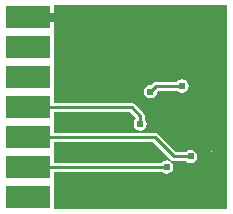
<source format=gbl>
G04 Layer_Physical_Order=2*
G04 Layer_Color=11436288*
%FSLAX25Y25*%
%MOIN*%
G70*
G01*
G75*
%ADD14R,0.15000X0.07600*%
%ADD16C,0.01000*%
%ADD18C,0.02400*%
G36*
X178929Y424571D02*
X121200D01*
X121000Y424735D01*
Y433300D01*
X121000D01*
Y433700D01*
X121000D01*
Y436971D01*
X157076D01*
X157114Y436914D01*
X157842Y436428D01*
X158700Y436257D01*
X159558Y436428D01*
X160286Y436914D01*
X160772Y437642D01*
X160943Y438500D01*
X160772Y439358D01*
X160286Y440086D01*
X159558Y440572D01*
X158700Y440743D01*
X157842Y440572D01*
X157114Y440086D01*
X157076Y440029D01*
X121000D01*
Y443300D01*
X121000D01*
Y443700D01*
X121000D01*
Y446971D01*
X154067D01*
X160019Y441018D01*
X160515Y440687D01*
X161100Y440571D01*
X165044D01*
X165082Y440514D01*
X165810Y440028D01*
X166668Y439857D01*
X167527Y440028D01*
X168255Y440514D01*
X168741Y441242D01*
X168912Y442100D01*
X168741Y442958D01*
X168255Y443686D01*
X167527Y444172D01*
X166668Y444343D01*
X165810Y444172D01*
X165082Y443686D01*
X165044Y443629D01*
X161733D01*
X155881Y449481D01*
X155822Y449521D01*
X155781Y449581D01*
X155285Y449913D01*
X154700Y450029D01*
X121000D01*
Y453300D01*
X121000D01*
Y453700D01*
X121000D01*
Y456971D01*
X146266D01*
X148347Y454890D01*
X148318Y454389D01*
X148314Y454386D01*
X147828Y453658D01*
X147657Y452800D01*
X147828Y451942D01*
X148314Y451214D01*
X149042Y450728D01*
X149900Y450557D01*
X150758Y450728D01*
X151486Y451214D01*
X151972Y451942D01*
X152143Y452800D01*
X151972Y453658D01*
X151486Y454386D01*
X151429Y454424D01*
Y455500D01*
X151313Y456085D01*
X150981Y456581D01*
X148081Y459481D01*
X148021Y459521D01*
X147981Y459581D01*
X147485Y459913D01*
X146900Y460029D01*
X121000D01*
Y463300D01*
X121000D01*
Y463700D01*
X121000D01*
Y473300D01*
X121000D01*
Y473700D01*
X121000D01*
Y483300D01*
X121000D01*
Y483700D01*
X121000D01*
Y487000D01*
X112500D01*
Y490000D01*
X121000D01*
Y492429D01*
X178929D01*
Y424571D01*
D02*
G37*
%LPC*%
G36*
X160744Y451600D02*
X160600D01*
Y451456D01*
X160686Y451514D01*
X160744Y451600D01*
D02*
G37*
G36*
X157600D02*
X157456D01*
X157514Y451514D01*
X157600Y451456D01*
Y451600D01*
D02*
G37*
G36*
X160600Y454744D02*
Y454600D01*
X160744D01*
X160686Y454686D01*
X160600Y454744D01*
D02*
G37*
G36*
X157600D02*
X157514Y454686D01*
X157456Y454600D01*
X157600D01*
Y454744D01*
D02*
G37*
G36*
X170600Y446944D02*
X170514Y446886D01*
X170456Y446800D01*
X170600D01*
Y446944D01*
D02*
G37*
G36*
X173744Y443800D02*
X173600D01*
Y443656D01*
X173686Y443714D01*
X173744Y443800D01*
D02*
G37*
G36*
X170600D02*
X170456D01*
X170514Y443714D01*
X170600Y443656D01*
Y443800D01*
D02*
G37*
G36*
X173600Y446944D02*
Y446800D01*
X173744D01*
X173686Y446886D01*
X173600Y446944D01*
D02*
G37*
G36*
X158344Y471000D02*
X158200D01*
Y470856D01*
X158286Y470914D01*
X158344Y471000D01*
D02*
G37*
G36*
X155200D02*
X155056D01*
X155114Y470914D01*
X155200Y470856D01*
Y471000D01*
D02*
G37*
G36*
X158200Y474144D02*
Y474000D01*
X158344D01*
X158286Y474086D01*
X158200Y474144D01*
D02*
G37*
G36*
X155200D02*
X155114Y474086D01*
X155056Y474000D01*
X155200D01*
Y474144D01*
D02*
G37*
G36*
X173100Y469144D02*
Y469000D01*
X173244D01*
X173186Y469086D01*
X173100Y469144D01*
D02*
G37*
G36*
X173244Y466000D02*
X173100D01*
Y465856D01*
X173186Y465914D01*
X173244Y466000D01*
D02*
G37*
G36*
X170100D02*
X169956D01*
X170014Y465914D01*
X170100Y465856D01*
Y466000D01*
D02*
G37*
G36*
Y469144D02*
X170014Y469086D01*
X169956Y469000D01*
X170100D01*
Y469144D01*
D02*
G37*
G36*
X163800Y467743D02*
X162942Y467572D01*
X162214Y467086D01*
X162176Y467029D01*
X155100D01*
X154612Y466932D01*
X154515Y466913D01*
X154019Y466581D01*
X153367Y465930D01*
X153300Y465943D01*
X152442Y465772D01*
X151714Y465286D01*
X151228Y464558D01*
X151057Y463700D01*
X151228Y462842D01*
X151714Y462114D01*
X152442Y461628D01*
X153300Y461457D01*
X154158Y461628D01*
X154886Y462114D01*
X155372Y462842D01*
X155543Y463700D01*
X155949Y463971D01*
X162176D01*
X162214Y463914D01*
X162942Y463428D01*
X163800Y463257D01*
X164658Y463428D01*
X165386Y463914D01*
X165872Y464642D01*
X166043Y465500D01*
X165872Y466358D01*
X165386Y467086D01*
X164658Y467572D01*
X163800Y467743D01*
D02*
G37*
%LPD*%
D14*
X112500Y488500D02*
D03*
Y478500D02*
D03*
Y468500D02*
D03*
Y458500D02*
D03*
Y448500D02*
D03*
Y438500D02*
D03*
Y428500D02*
D03*
D16*
X149900Y452800D02*
Y455500D01*
X147000Y458400D02*
X149900Y455500D01*
X154800Y448400D02*
X161100Y442100D01*
X166668D01*
X112500Y438500D02*
X158700D01*
X112500Y448500D02*
X154700D01*
X112500Y458500D02*
X146900D01*
X153300Y463700D02*
X155100Y465500D01*
X163800D01*
D18*
X149900Y452800D02*
D03*
X163800Y465500D02*
D03*
X153300Y463700D02*
D03*
X166668Y442100D02*
D03*
X172100Y445300D02*
D03*
X171600Y467500D02*
D03*
X159100Y453100D02*
D03*
X156700Y472500D02*
D03*
X158700Y438500D02*
D03*
M02*

</source>
